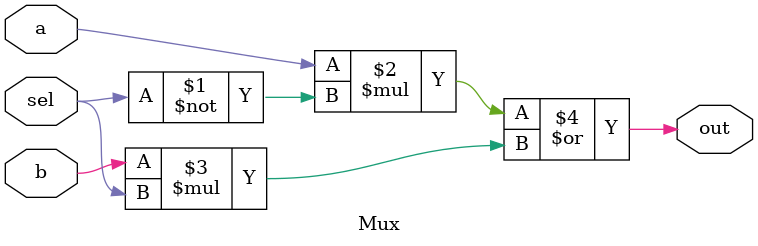
<source format=v>
module Mux(a,b,sel,out);

input a,b,sel;
output out;

assign out = (a*~sel)| (b*sel);

endmodule
</source>
